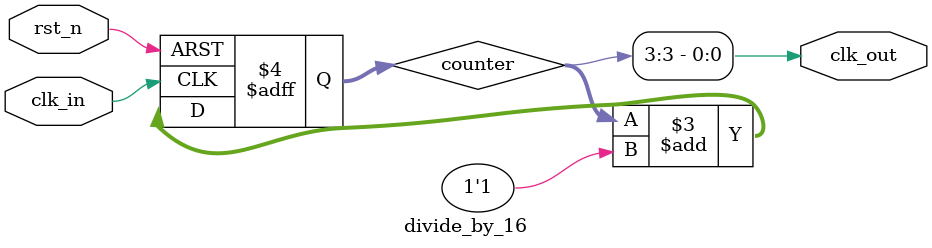
<source format=sv>
/*
 * Copyright (c) 2025 Susumu Yamazaki
 * SPDX-License-Identifier: Apache-2.0
 */

`default_nettype none

module divide_by_16 (
    input  logic clk_in,
    input  logic rst_n,
    output logic clk_out
);

    logic [3:0] counter;

    always_ff @(posedge clk_in or negedge rst_n) begin
        if (!rst_n)
            counter <= 4'd0;
        else
            counter <= counter + 1'b1;
    end

    assign clk_out = counter[3];
endmodule

</source>
